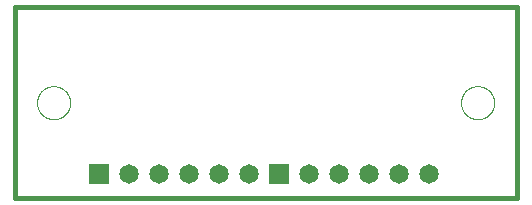
<source format=gbl>
G75*
%MOIN*%
%OFA0B0*%
%FSLAX25Y25*%
%IPPOS*%
%LPD*%
%AMOC8*
5,1,8,0,0,1.08239X$1,22.5*
%
%ADD10C,0.01600*%
%ADD11C,0.00000*%
%ADD12R,0.06500X0.06500*%
%ADD13C,0.06500*%
D10*
X0001800Y0033343D02*
X0001800Y0096843D01*
X0169050Y0096843D01*
X0169050Y0033343D01*
X0001865Y0033343D01*
D11*
X0009117Y0065000D02*
X0009119Y0065148D01*
X0009125Y0065296D01*
X0009135Y0065444D01*
X0009149Y0065591D01*
X0009167Y0065738D01*
X0009188Y0065884D01*
X0009214Y0066030D01*
X0009244Y0066175D01*
X0009277Y0066319D01*
X0009315Y0066462D01*
X0009356Y0066604D01*
X0009401Y0066745D01*
X0009449Y0066885D01*
X0009502Y0067024D01*
X0009558Y0067161D01*
X0009618Y0067296D01*
X0009681Y0067430D01*
X0009748Y0067562D01*
X0009819Y0067692D01*
X0009893Y0067820D01*
X0009970Y0067946D01*
X0010051Y0068070D01*
X0010135Y0068192D01*
X0010222Y0068311D01*
X0010313Y0068428D01*
X0010407Y0068543D01*
X0010503Y0068655D01*
X0010603Y0068765D01*
X0010705Y0068871D01*
X0010811Y0068975D01*
X0010919Y0069076D01*
X0011030Y0069174D01*
X0011143Y0069270D01*
X0011259Y0069362D01*
X0011377Y0069451D01*
X0011498Y0069536D01*
X0011621Y0069619D01*
X0011746Y0069698D01*
X0011873Y0069774D01*
X0012002Y0069846D01*
X0012133Y0069915D01*
X0012266Y0069980D01*
X0012401Y0070041D01*
X0012537Y0070099D01*
X0012674Y0070154D01*
X0012813Y0070204D01*
X0012954Y0070251D01*
X0013095Y0070294D01*
X0013238Y0070334D01*
X0013382Y0070369D01*
X0013526Y0070401D01*
X0013672Y0070428D01*
X0013818Y0070452D01*
X0013965Y0070472D01*
X0014112Y0070488D01*
X0014259Y0070500D01*
X0014407Y0070508D01*
X0014555Y0070512D01*
X0014703Y0070512D01*
X0014851Y0070508D01*
X0014999Y0070500D01*
X0015146Y0070488D01*
X0015293Y0070472D01*
X0015440Y0070452D01*
X0015586Y0070428D01*
X0015732Y0070401D01*
X0015876Y0070369D01*
X0016020Y0070334D01*
X0016163Y0070294D01*
X0016304Y0070251D01*
X0016445Y0070204D01*
X0016584Y0070154D01*
X0016721Y0070099D01*
X0016857Y0070041D01*
X0016992Y0069980D01*
X0017125Y0069915D01*
X0017256Y0069846D01*
X0017385Y0069774D01*
X0017512Y0069698D01*
X0017637Y0069619D01*
X0017760Y0069536D01*
X0017881Y0069451D01*
X0017999Y0069362D01*
X0018115Y0069270D01*
X0018228Y0069174D01*
X0018339Y0069076D01*
X0018447Y0068975D01*
X0018553Y0068871D01*
X0018655Y0068765D01*
X0018755Y0068655D01*
X0018851Y0068543D01*
X0018945Y0068428D01*
X0019036Y0068311D01*
X0019123Y0068192D01*
X0019207Y0068070D01*
X0019288Y0067946D01*
X0019365Y0067820D01*
X0019439Y0067692D01*
X0019510Y0067562D01*
X0019577Y0067430D01*
X0019640Y0067296D01*
X0019700Y0067161D01*
X0019756Y0067024D01*
X0019809Y0066885D01*
X0019857Y0066745D01*
X0019902Y0066604D01*
X0019943Y0066462D01*
X0019981Y0066319D01*
X0020014Y0066175D01*
X0020044Y0066030D01*
X0020070Y0065884D01*
X0020091Y0065738D01*
X0020109Y0065591D01*
X0020123Y0065444D01*
X0020133Y0065296D01*
X0020139Y0065148D01*
X0020141Y0065000D01*
X0020139Y0064852D01*
X0020133Y0064704D01*
X0020123Y0064556D01*
X0020109Y0064409D01*
X0020091Y0064262D01*
X0020070Y0064116D01*
X0020044Y0063970D01*
X0020014Y0063825D01*
X0019981Y0063681D01*
X0019943Y0063538D01*
X0019902Y0063396D01*
X0019857Y0063255D01*
X0019809Y0063115D01*
X0019756Y0062976D01*
X0019700Y0062839D01*
X0019640Y0062704D01*
X0019577Y0062570D01*
X0019510Y0062438D01*
X0019439Y0062308D01*
X0019365Y0062180D01*
X0019288Y0062054D01*
X0019207Y0061930D01*
X0019123Y0061808D01*
X0019036Y0061689D01*
X0018945Y0061572D01*
X0018851Y0061457D01*
X0018755Y0061345D01*
X0018655Y0061235D01*
X0018553Y0061129D01*
X0018447Y0061025D01*
X0018339Y0060924D01*
X0018228Y0060826D01*
X0018115Y0060730D01*
X0017999Y0060638D01*
X0017881Y0060549D01*
X0017760Y0060464D01*
X0017637Y0060381D01*
X0017512Y0060302D01*
X0017385Y0060226D01*
X0017256Y0060154D01*
X0017125Y0060085D01*
X0016992Y0060020D01*
X0016857Y0059959D01*
X0016721Y0059901D01*
X0016584Y0059846D01*
X0016445Y0059796D01*
X0016304Y0059749D01*
X0016163Y0059706D01*
X0016020Y0059666D01*
X0015876Y0059631D01*
X0015732Y0059599D01*
X0015586Y0059572D01*
X0015440Y0059548D01*
X0015293Y0059528D01*
X0015146Y0059512D01*
X0014999Y0059500D01*
X0014851Y0059492D01*
X0014703Y0059488D01*
X0014555Y0059488D01*
X0014407Y0059492D01*
X0014259Y0059500D01*
X0014112Y0059512D01*
X0013965Y0059528D01*
X0013818Y0059548D01*
X0013672Y0059572D01*
X0013526Y0059599D01*
X0013382Y0059631D01*
X0013238Y0059666D01*
X0013095Y0059706D01*
X0012954Y0059749D01*
X0012813Y0059796D01*
X0012674Y0059846D01*
X0012537Y0059901D01*
X0012401Y0059959D01*
X0012266Y0060020D01*
X0012133Y0060085D01*
X0012002Y0060154D01*
X0011873Y0060226D01*
X0011746Y0060302D01*
X0011621Y0060381D01*
X0011498Y0060464D01*
X0011377Y0060549D01*
X0011259Y0060638D01*
X0011143Y0060730D01*
X0011030Y0060826D01*
X0010919Y0060924D01*
X0010811Y0061025D01*
X0010705Y0061129D01*
X0010603Y0061235D01*
X0010503Y0061345D01*
X0010407Y0061457D01*
X0010313Y0061572D01*
X0010222Y0061689D01*
X0010135Y0061808D01*
X0010051Y0061930D01*
X0009970Y0062054D01*
X0009893Y0062180D01*
X0009819Y0062308D01*
X0009748Y0062438D01*
X0009681Y0062570D01*
X0009618Y0062704D01*
X0009558Y0062839D01*
X0009502Y0062976D01*
X0009449Y0063115D01*
X0009401Y0063255D01*
X0009356Y0063396D01*
X0009315Y0063538D01*
X0009277Y0063681D01*
X0009244Y0063825D01*
X0009214Y0063970D01*
X0009188Y0064116D01*
X0009167Y0064262D01*
X0009149Y0064409D01*
X0009135Y0064556D01*
X0009125Y0064704D01*
X0009119Y0064852D01*
X0009117Y0065000D01*
X0150455Y0065008D02*
X0150457Y0065156D01*
X0150463Y0065304D01*
X0150473Y0065452D01*
X0150487Y0065599D01*
X0150505Y0065746D01*
X0150526Y0065892D01*
X0150552Y0066038D01*
X0150582Y0066183D01*
X0150615Y0066327D01*
X0150653Y0066470D01*
X0150694Y0066612D01*
X0150739Y0066753D01*
X0150787Y0066893D01*
X0150840Y0067032D01*
X0150896Y0067169D01*
X0150956Y0067304D01*
X0151019Y0067438D01*
X0151086Y0067570D01*
X0151157Y0067700D01*
X0151231Y0067828D01*
X0151308Y0067954D01*
X0151389Y0068078D01*
X0151473Y0068200D01*
X0151560Y0068319D01*
X0151651Y0068436D01*
X0151745Y0068551D01*
X0151841Y0068663D01*
X0151941Y0068773D01*
X0152043Y0068879D01*
X0152149Y0068983D01*
X0152257Y0069084D01*
X0152368Y0069182D01*
X0152481Y0069278D01*
X0152597Y0069370D01*
X0152715Y0069459D01*
X0152836Y0069544D01*
X0152959Y0069627D01*
X0153084Y0069706D01*
X0153211Y0069782D01*
X0153340Y0069854D01*
X0153471Y0069923D01*
X0153604Y0069988D01*
X0153739Y0070049D01*
X0153875Y0070107D01*
X0154012Y0070162D01*
X0154151Y0070212D01*
X0154292Y0070259D01*
X0154433Y0070302D01*
X0154576Y0070342D01*
X0154720Y0070377D01*
X0154864Y0070409D01*
X0155010Y0070436D01*
X0155156Y0070460D01*
X0155303Y0070480D01*
X0155450Y0070496D01*
X0155597Y0070508D01*
X0155745Y0070516D01*
X0155893Y0070520D01*
X0156041Y0070520D01*
X0156189Y0070516D01*
X0156337Y0070508D01*
X0156484Y0070496D01*
X0156631Y0070480D01*
X0156778Y0070460D01*
X0156924Y0070436D01*
X0157070Y0070409D01*
X0157214Y0070377D01*
X0157358Y0070342D01*
X0157501Y0070302D01*
X0157642Y0070259D01*
X0157783Y0070212D01*
X0157922Y0070162D01*
X0158059Y0070107D01*
X0158195Y0070049D01*
X0158330Y0069988D01*
X0158463Y0069923D01*
X0158594Y0069854D01*
X0158723Y0069782D01*
X0158850Y0069706D01*
X0158975Y0069627D01*
X0159098Y0069544D01*
X0159219Y0069459D01*
X0159337Y0069370D01*
X0159453Y0069278D01*
X0159566Y0069182D01*
X0159677Y0069084D01*
X0159785Y0068983D01*
X0159891Y0068879D01*
X0159993Y0068773D01*
X0160093Y0068663D01*
X0160189Y0068551D01*
X0160283Y0068436D01*
X0160374Y0068319D01*
X0160461Y0068200D01*
X0160545Y0068078D01*
X0160626Y0067954D01*
X0160703Y0067828D01*
X0160777Y0067700D01*
X0160848Y0067570D01*
X0160915Y0067438D01*
X0160978Y0067304D01*
X0161038Y0067169D01*
X0161094Y0067032D01*
X0161147Y0066893D01*
X0161195Y0066753D01*
X0161240Y0066612D01*
X0161281Y0066470D01*
X0161319Y0066327D01*
X0161352Y0066183D01*
X0161382Y0066038D01*
X0161408Y0065892D01*
X0161429Y0065746D01*
X0161447Y0065599D01*
X0161461Y0065452D01*
X0161471Y0065304D01*
X0161477Y0065156D01*
X0161479Y0065008D01*
X0161477Y0064860D01*
X0161471Y0064712D01*
X0161461Y0064564D01*
X0161447Y0064417D01*
X0161429Y0064270D01*
X0161408Y0064124D01*
X0161382Y0063978D01*
X0161352Y0063833D01*
X0161319Y0063689D01*
X0161281Y0063546D01*
X0161240Y0063404D01*
X0161195Y0063263D01*
X0161147Y0063123D01*
X0161094Y0062984D01*
X0161038Y0062847D01*
X0160978Y0062712D01*
X0160915Y0062578D01*
X0160848Y0062446D01*
X0160777Y0062316D01*
X0160703Y0062188D01*
X0160626Y0062062D01*
X0160545Y0061938D01*
X0160461Y0061816D01*
X0160374Y0061697D01*
X0160283Y0061580D01*
X0160189Y0061465D01*
X0160093Y0061353D01*
X0159993Y0061243D01*
X0159891Y0061137D01*
X0159785Y0061033D01*
X0159677Y0060932D01*
X0159566Y0060834D01*
X0159453Y0060738D01*
X0159337Y0060646D01*
X0159219Y0060557D01*
X0159098Y0060472D01*
X0158975Y0060389D01*
X0158850Y0060310D01*
X0158723Y0060234D01*
X0158594Y0060162D01*
X0158463Y0060093D01*
X0158330Y0060028D01*
X0158195Y0059967D01*
X0158059Y0059909D01*
X0157922Y0059854D01*
X0157783Y0059804D01*
X0157642Y0059757D01*
X0157501Y0059714D01*
X0157358Y0059674D01*
X0157214Y0059639D01*
X0157070Y0059607D01*
X0156924Y0059580D01*
X0156778Y0059556D01*
X0156631Y0059536D01*
X0156484Y0059520D01*
X0156337Y0059508D01*
X0156189Y0059500D01*
X0156041Y0059496D01*
X0155893Y0059496D01*
X0155745Y0059500D01*
X0155597Y0059508D01*
X0155450Y0059520D01*
X0155303Y0059536D01*
X0155156Y0059556D01*
X0155010Y0059580D01*
X0154864Y0059607D01*
X0154720Y0059639D01*
X0154576Y0059674D01*
X0154433Y0059714D01*
X0154292Y0059757D01*
X0154151Y0059804D01*
X0154012Y0059854D01*
X0153875Y0059909D01*
X0153739Y0059967D01*
X0153604Y0060028D01*
X0153471Y0060093D01*
X0153340Y0060162D01*
X0153211Y0060234D01*
X0153084Y0060310D01*
X0152959Y0060389D01*
X0152836Y0060472D01*
X0152715Y0060557D01*
X0152597Y0060646D01*
X0152481Y0060738D01*
X0152368Y0060834D01*
X0152257Y0060932D01*
X0152149Y0061033D01*
X0152043Y0061137D01*
X0151941Y0061243D01*
X0151841Y0061353D01*
X0151745Y0061465D01*
X0151651Y0061580D01*
X0151560Y0061697D01*
X0151473Y0061816D01*
X0151389Y0061938D01*
X0151308Y0062062D01*
X0151231Y0062188D01*
X0151157Y0062316D01*
X0151086Y0062446D01*
X0151019Y0062578D01*
X0150956Y0062712D01*
X0150896Y0062847D01*
X0150840Y0062984D01*
X0150787Y0063123D01*
X0150739Y0063263D01*
X0150694Y0063404D01*
X0150653Y0063546D01*
X0150615Y0063689D01*
X0150582Y0063833D01*
X0150552Y0063978D01*
X0150526Y0064124D01*
X0150505Y0064270D01*
X0150487Y0064417D01*
X0150473Y0064564D01*
X0150463Y0064712D01*
X0150457Y0064860D01*
X0150455Y0065008D01*
D12*
X0089800Y0041093D03*
X0029800Y0041093D03*
D13*
X0039800Y0041093D03*
X0049800Y0041093D03*
X0059800Y0041093D03*
X0069800Y0041093D03*
X0079800Y0041093D03*
X0099800Y0041093D03*
X0109800Y0041093D03*
X0119800Y0041093D03*
X0129800Y0041093D03*
X0139800Y0041093D03*
M02*

</source>
